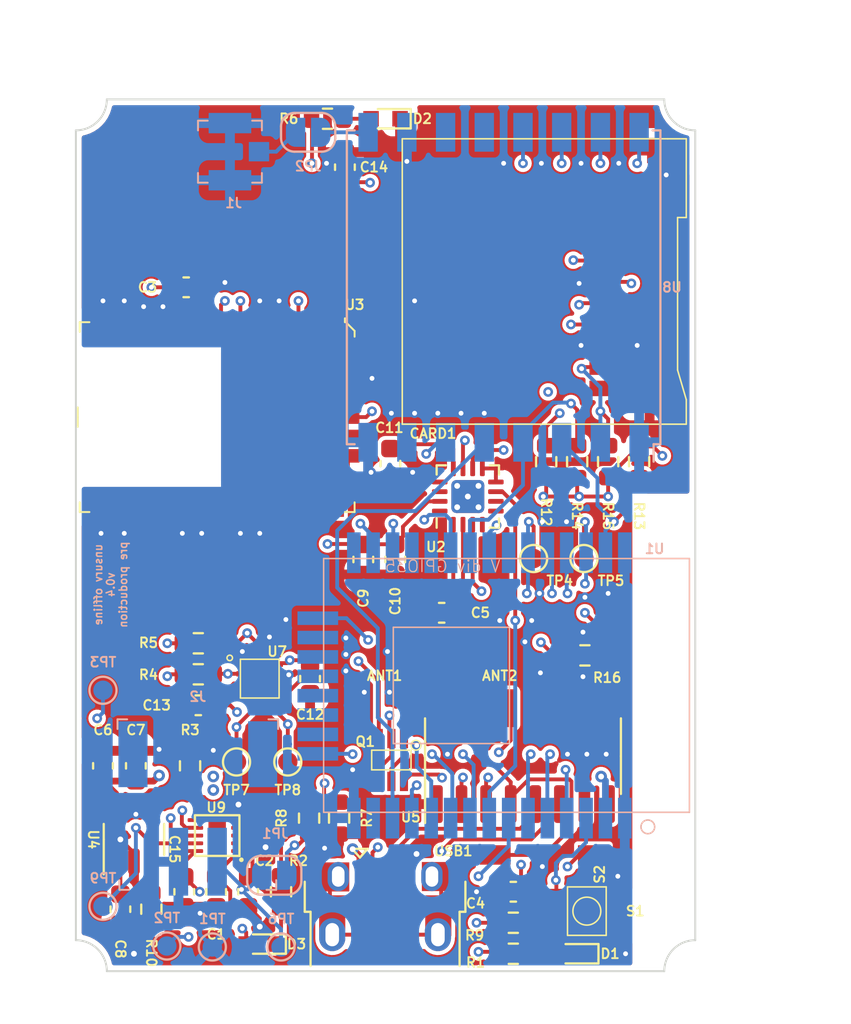
<source format=kicad_pcb>
(kicad_pcb (version 20211014) (generator pcbnew)
  (layers (0 "F.Cu" power) (1 "In1.Cu" mixed "SIG_PWR1") (2 "In2.Cu" mixed "SIG_PWR2") (31 "B.Cu" power) (34 "B.Paste" user) (35 "F.Paste" user) (36 "B.SilkS" user "B.Silkscreen") (37 "F.SilkS" user "F.Silkscreen") (38 "B.Mask" user) (39 "F.Mask" user) (44 "Edge.Cuts" user))
  (net 0 "")
  (net 1 "ANT1")
  (net 2 "ANT2")
  (net 3 "+BATT")
  (net 4 "GND")
  (net 5 "+5V")
  (net 6 "RESET")
  (net 7 "+3V3")
  (net 9 "4")
  (net 10 "23")
  (net 11 "18")
  (net 12 "19")
  (net 14 "D-")
  (net 15 "D+")
  (net 16 "RTS")
  (net 17 "DTR")
  (net 18 "0")
  (net 19 "Net-(R2-Pad1)")
  (net 20 "Net-(R3-Pad1)")
  (net 21 "35")
  (net 22 "SDA")
  (net 23 "SCL")
  (net 24 "27")
  (net 26 "ACC_INT1")
  (net 27 "ACC_INT2")
  (net 29 "13")
  (net 30 "15")
  (net 31 "5")
  (net 32 "RX0")
  (net 33 "TX0")
  (net 35 "Net-(JP1-Pad2)")
  (net 36 "Net-(R6-Pad1)")
  (net 38 "Net-(S2-Pad1)")
  (net 39 "Net-(C11-Pad1)")
  (net 40 "Net-(D1-Pad2)")
  (net 41 "Net-(D2-Pad2)")
  (net 42 "Net-(D3-Pad1)")
  (net 43 "Net-(R10-Pad1)")
  (net 62 "Net-(U3-Pad16)")
  (net 77 "39")
  (net 78 "unconnected-(USB1-Pad6)")
  (net 80 "Net-(J1-Pad2)")
  (net 81 "ANT")
  (net 82 "34")
  (net 83 "14")
  (net 84 "33")
  (net 85 "32")
  (net 86 "VCC")
  (net 87 "36")
  (net 92 "+3.3V")
  (footprint "unsurv_offline_pcb_footprints:PogoPin_2_2mm_circular" (layer "F.Cu") (at 34 45.5)
    (fp_text reference "ANT1")
    (fp_text value "ANT1")
  )
  (footprint "unsurv_offline_pcb_footprints:PogoPin_2_2mm_circular" (layer "F.Cu") (at 37 45.5)
    (fp_text reference "ANT2")
    (fp_text value "ANT2")
  )
  (footprint "Capacitor_SMD:C_0603_1608Metric" (layer "F.Cu") (at 20.3 61.8 90)
    (fp_text reference "C8")
    (fp_text value "1yF")
  )
  (footprint "Capacitor_SMD:C_0603_1608Metric" (layer "F.Cu") (at 40.6 60.9 180)
    (fp_text reference "C4")
    (fp_text value "100nF")
  )
  (footprint "Capacitor_SMD:C_0603_1608Metric" (layer "F.Cu") (at 19.4 54.4 -90)
    (fp_text reference "C6")
    (fp_text value "1yF")
  )
  (footprint "Capacitor_SMD:C_0603_1608Metric" (layer "F.Cu") (at 21.1 54.4 -90)
    (fp_text reference "C7")
    (fp_text value "10yF")
  )
  (footprint "Capacitor_SMD:C_0603_1608Metric" (layer "F.Cu") (at 30.1 49.9 -90)
    (fp_text reference "C12")
    (fp_text value "100nF")
  )
  (footprint "Capacitor_SMD:C_0603_1608Metric" (layer "F.Cu") (at 36.9 46.5)
    (fp_text reference "C5")
    (fp_text value "10pF")
  )
  (footprint "Capacitor_SMD:C_0603_1608Metric" (layer "F.Cu") (at 23.7 29.7 180)
    (fp_text reference "C3")
    (fp_text value "4.7yF")
  )
  (footprint "digikey-footprints:LED_0603" (layer "F.Cu") (at 43.7 64.1 180)
    (fp_text reference "D1")
    (fp_text value "LED")
  )
  (footprint "digikey-footprints:LED_0603" (layer "F.Cu") (at 34 21 180)
    (fp_text reference "D2")
    (fp_text value "LED")
  )
  (footprint "Connector_USB:USB_Micro-B_Amphenol_10103594-0001LF_Horizontal" (layer "F.Cu") (at 34 62)
    (fp_text reference "USB1")
    (fp_text value "USB_B_Micro")
  )
  (footprint "unsurv_offline_pcb_footprints:UMH3N" (layer "F.Cu") (at 34.3 54.1 180)
    (fp_text reference "Q1")
    (fp_text value "UMH3N")
  )
  (footprint "Resistor_SMD:R_0603_1608Metric" (layer "F.Cu") (at 40.6 62.5)
    (fp_text reference "R9")
    (fp_text value "10k")
  )
  (footprint "Resistor_SMD:R_0603_1608Metric" (layer "F.Cu") (at 42.3 38.7 90)
    (fp_text reference "R12")
    (fp_text value "10k")
  )
  (footprint "Resistor_SMD:R_0603_1608Metric" (layer "F.Cu") (at 21.9 61.8 -90)
    (fp_text reference "R10")
    (fp_text value "100k")
  )
  (footprint "Resistor_SMD:R_0603_1608Metric" (layer "F.Cu") (at 47.1 38.7 -90)
    (fp_text reference "R13")
    (fp_text value "10k")
  )
  (footprint "Resistor_SMD:R_0603_1608Metric" (layer "F.Cu") (at 43.9 38.7 90)
    (fp_text reference "R14")
    (fp_text value "10k")
  )
  (footprint "Resistor_SMD:R_0603_1608Metric" (layer "F.Cu") (at 45.5 38.7 90)
    (fp_text reference "R15")
    (fp_text value "10k")
  )
  (footprint "Resistor_SMD:R_0603_1608Metric" (layer "F.Cu") (at 24.325 49.675)
    (fp_text reference "R4")
    (fp_text value "4.7k")
  )
  (footprint "Resistor_SMD:R_0603_1608Metric" (layer "F.Cu") (at 24.325 48.075)
    (fp_text reference "R5")
    (fp_text value "4.7k")
  )
  (footprint "Resistor_SMD:R_0603_1608Metric" (layer "F.Cu") (at 40.6 64.1)
    (fp_text reference "R1")
    (fp_text value "1k")
  )
  (footprint "Resistor_SMD:R_0603_1608Metric" (layer "F.Cu") (at 31 21)
    (fp_text reference "R6")
    (fp_text value "1k")
  )
  (footprint "Package_TO_SOT_SMD:SOT-23-5" (layer "F.Cu") (at 21 58.2 90)
    (fp_text reference "U4")
    (fp_text value "AP2112K-3.3")
  )
  (footprint "unsurv_offline_pcb_footprints:BMA400" (layer "F.Cu") (at 27.5 49.9)
    (fp_text reference "U7")
    (fp_text value "BMA400-I2C")
  )
  (footprint "digikey-footprints:GPS_Module_CAM-M8C-0" (layer "F.Cu") (at 25.5 36.4 -90)
    (fp_text reference "U3")
    (fp_text value "CAM-M8C-0-10")
  )
  (footprint "Package_SO:SOIC-16_3.9x9.9mm_P1.27mm" (layer "F.Cu") (at 41.1 53.9 90)
    (fp_text reference "U5")
    (fp_text value "CH340G")
  )
  (footprint "Capacitor_SMD:C_0603_1608Metric" (layer "F.Cu") (at 32.85 43.75 -90)
    (fp_text reference "C9")
    (fp_text value "0.1yF")
  )
  (footprint "Capacitor_SMD:C_0603_1608Metric" (layer "F.Cu") (at 34.5 43.75 -90)
    (fp_text reference "C10")
    (fp_text value "1yF")
  )
  (footprint "Capacitor_SMD:C_0603_1608Metric" (layer "F.Cu") (at 34.25 38.8 -90)
    (fp_text reference "C11")
    (fp_text value "470nF")
  )
  (footprint "unsurv_offline_pcb_footprints:würth_SMT_3.0x2.6mm" (layer "F.Cu") (at 44.4 61.9)
    (fp_text reference "S1")
    (fp_text value "switch_würth_SMT_3.0x2.6mm")
  )
  (footprint "unsurv_offline_pcb_footprints:TF-SMD_TF-101B" (layer "F.Cu") (at 42.737 29.4 90)
    (fp_text reference "CARD1")
    (fp_text value "TF-101B")
  )
  (footprint "unsurv_offline_pcb_footprints:CHS-01TA" (layer "F.Cu") (at 39.66 59 -90)
    (fp_text reference "S2")
    (fp_text value "SW_DIP_x01")
  )
  (footprint "Capacitor_SMD:C_0603_1608Metric" (layer "F.Cu") (at 24.325 51.275 180)
    (fp_text reference "C13")
    (fp_text value "100nF")
  )
  (footprint "Capacitor_SMD:C_0603_1608Metric" (layer "F.Cu") (at 25.25 60.9 -90)
    (fp_text reference "C1")
    (fp_text value "10yF")
  )
  (footprint "TestPoint:TestPoint_Pad_D1.0mm" (layer "F.Cu") (at 28.95 54.2)
    (fp_text reference "TP8")
    (fp_text value "ACC2")
  )
  (footprint "digikey-footprints:LED_0603" (layer "F.Cu") (at 27.55 63.6 180)
    (fp_text reference "D3")
    (fp_text value "LED")
  )
  (footprint "Capacitor_SMD:C_0603_1608Metric" (layer "F.Cu") (at 26.9 60.9 90)
    (fp_text reference "C2")
    (fp_text value "1yF")
  )
  (footprint "Resistor_SMD:R_0603_1608Metric" (layer "F.Cu") (at 44.3 48.7)
    (fp_text reference "R16")
    (fp_text value "10k")
  )
  (footprint "Resistor_SMD:R_0603_1608Metric" (layer "F.Cu") (at 31.6 57.1 -90)
    (fp_text reference "R7")
    (fp_text value "100k")
  )
  (footprint "TestPoint:TestPoint_Pad_D1.0mm" (layer "F.Cu") (at 26.3 54.2)
    (fp_text reference "TP7")
    (fp_text value "ACC1")
  )
  (footprint "Capacitor_SMD:C_0603_1608Metric" (layer "F.Cu") (at 31.9 23.5 -90)
    (fp_text reference "C14")
    (fp_text value "4.7yF")
  )
  (footprint "Resistor_SMD:R_0603_1608Metric" (layer "F.Cu") (at 23.9 54.4 90)
    (fp_text reference "R3")
    (fp_text value "10k")
  )
  (footprint "Capacitor_SMD:C_0603_1608Metric" (layer "F.Cu") (at 23.6 60.9 90)
    (fp_text reference "C15")
    (fp_text value "1yF")
  )
  (footprint "unsurv_offline_pcb_footprints:RF430_3x3mm" (layer "F.Cu") (at 38.25 40.5 90)
    (fp_text reference "U2")
    (fp_text value "RF430CL330HIRGTR‎")
  )
  (footprint "unsurv:BQ2581DLHT" (layer "F.Cu") (at 25.3 58 180)
    (fp_text reference "U9")
    (fp_text value "PQ2581DLHT")
  )
  (footprint "Resistor_SMD:R_0603_1608Metric" (layer "F.Cu") (at 28.6 60.9 -90)
    (fp_text reference "R2")
    (fp_text value "1k")
  )
  (footprint "Resistor_SMD:R_0603_1608Metric" (layer "F.Cu") (at 30.05 57.1 90)
    (fp_text reference "R8")
    (fp_text value "100k")
  )
  (footprint "TestPoint:TestPoint_Pad_D1.0mm" (layer "F.Cu") (at 41.65 43.7)
    (fp_text reference "TP4")
    (fp_text value "SDA")
  )
  (footprint "TestPoint:TestPoint_Pad_D1.0mm" (layer "F.Cu") (at 44.25 43.7)
    (fp_text reference "TP5")
    (fp_text value "SCL")
  )
  (footprint "unsurv_offline_pcb_footprints:TTGO-Micro32-ESP32" (layer "B.Cu") (at 30.8 56.8 90)
    (fp_text reference "U1")
    (fp_text value "TTGO-Micro32-ESP32")
  )
  (footprint "digikey-footprints:PinHeader_2x1mm_P2mm_SMD_RA" (layer "B.Cu") (at 24.3 59.35 180)
    (fp_text reference "J2")
    (fp_text value "S2B-PH-SM4-TB_LF__SN_")
  )
  (footprint "TestPoint:TestPoint_Pad_D1.0mm" (layer "B.Cu") (at 19.4 50.5 180)
    (fp_text reference "TP3")
    (fp_text value "3V3")
  )
  (footprint "TestPoint:TestPoint_Pad_D1.0mm" (layer "B.Cu") (at 28.6 63.75 180)
    (fp_text reference "TP6")
    (fp_text value "BATT")
  )
  (footprint "Jumper:SolderJumper-2_P1.3mm_Open_RoundedPad1.0x1.5mm" (layer "B.Cu") (at 30 21.7 180)
    (fp_text reference "JP2")
    (fp_text value "SolderJumper_2_Open")
  )
  (footprint "digikey-footprints:Coax_Conn_U.FL" (layer "B.Cu") (at 25.96 22.7 -90)
    (fp_text reference "J1")
    (fp_text value "U_FL-R-SMT-1_10_")
  )
  (footprint "RF_Module:HOPERF_RFM9XW_SMD" (layer "B.Cu") (at 40.1 29.7 90)
    (fp_text reference "U8")
    (fp_text value "RFM95W-868S2")
  )
  (footprint "Jumper:SolderJumper-2_P1.3mm_Open_RoundedPad1.0x1.5mm" (layer "B.Cu") (at 28.25 60.05)
    (fp_text reference "JP1")
    (fp_text value "SolderJumper_2_Open")
  )
  (footprint "TestPoint:TestPoint_Pad_D1.0mm" (layer "B.Cu") (at 19.4 61.65 180)
    (fp_text reference "TP9")
    (fp_text value "TI_BATT_INT")
  )
  (footprint "TestPoint:TestPoint_Pad_D1.0mm" (layer "B.Cu") (at 25.05 63.75 180)
    (fp_text reference "TP1")
    (fp_text value "GND")
  )
  (footprint "TestPoint:TestPoint_Pad_D1.0mm" (layer "B.Cu") (at 22.7 63.7 180)
    (fp_text reference "TP2")
    (fp_text value "5V")
  )
  (gr_line (start 50 21.6) (end 50 63.4) (layer "Edge.Cuts") (width 0.1))
  (gr_line (start 19.6 65) (end 48.4 65) (layer "Edge.Cuts") (width 0.1))
  (gr_arc (start 48.4 65) (mid 48.868629 63.868629) (end 50 63.4) (layer "Edge.Cuts") (width 0.1))
  (gr_line (start 18 21.6) (end 18 63.4) (layer "Edge.Cuts") (width 0.1))
  (gr_arc (start 19.6 20) (mid 19.131371 21.131371) (end 18 21.6) (layer "Edge.Cuts") (width 0.1))
  (gr_arc (start 18 63.4) (mid 19.131371 63.868629) (end 19.6 65) (layer "Edge.Cuts") (width 0.1))
  (gr_line (start 19.6 20) (end 48.4 20) (layer "Edge.Cuts") (width 0.1))
  (gr_arc (start 50 21.6) (mid 48.868629 21.131371) (end 48.4 20) (layer "Edge.Cuts") (width 0.1))
  (gr_text "unsurv offline\nv0.4\npre production" (at 19.8 45.05 90) (layer "B.SilkS") (effects (font (size 0.4 0.4) (thickness 0.08)) (justify mirror)))
  (gr_text "V div GPIO35" (at 36.95 44.1) (layer "B.SilkS") (effects (font (size 0.6 0.6) (thickness 0.06)) (justify mirror)))
  (segment (start 36.1125 46.5) (end 35.7 46.9125) (width 0.2) (layer "F.Cu") (net 1))
  (segment (start 35.7 46.9125) (end 35.7 48.7) (width 0.2) (layer "F.Cu") (net 1))
  (segment (start 37.5 41.95) (end 37.5 45.1125) (width 0.2) (layer "F.Cu") (net 1))
  (segment (start 37.5 45.1125) (end 36.1125 46.5) (width 0.2) (layer "F.Cu") (net 1))
  (segment (start 38 46.1875) (end 37.6875 46.5) (width 0.2) (layer "F.Cu") (net 2))
  (segment (start 37.6875 46.5) (end 38.1 46.9125) (width 0.2) (layer "F.Cu") (net 2))
  (segment (start 38.1 46.9125) (end 38.1 48.7) (width 0.2) (layer "F.Cu") (net 2))
  (segment (start 38 41.95) (end 38 46.1875) (width 0.2) (layer "F.Cu") (net 2))
  (segment (start 26.554611 60.782279) (end 26.554611 60.470389) (width 0.2) (layer "F.Cu") (net 3))
  (segment (start 27.12452 58.605225) (end 27.12452 59.90048) (width 0.2) (layer "F.Cu") (net 3))
  (segment (start 27.12452 59.90048) (end 26.9 60.125) (width 0.2) (layer "F.Cu") (net 3))
  (segment (start 26.554611 60.470389) (end 26.9 60.125) (width 0.2) (layer "F.Cu") (net 3))
  (segment (start 26.425 58.4) (end 26.919295 58.4) (width 0.2) (layer "F.Cu") (net 3))
  (segment (start 26.919295 58.4) (end 27.12452 58.605225) (width 0.2) (layer "F.Cu") (net 3))
  (via (at 26.554611 60.782279) (size 0.5) (drill 0.25) (layers "F.Cu" "B.Cu") (net 3))
  (segment (start 26.867721 60.782279) (end 27.6 60.05) (width 0.2) (layer "B.Cu") (net 3))
  (segment (start 28.6 63.75) (end 28.6 62.827668) (width 0.2) (layer "B.Cu") (net 3))
  (segment (start 26.554611 60.782279) (end 26.554611 60.604611) (width 0.2) (layer "B.Cu") (net 3))
  (segment (start 26.554611 60.782279) (end 26.867721 60.782279) (width 0.2) (layer "B.Cu") (net 3))
  (segment (start 26.554611 60.604611) (end 25.3 59.35) (width 0.2) (layer "B.Cu") (net 3))
  (segment (start 28.6 62.827668) (end 26.554611 60.782279) (width 0.2) (layer "B.Cu") (net 3))
  (segment (start 26.425 57.2) (end 26.425 56.425) (width 0.2) (layer "F.Cu") (net 4))
  (segment (start 39.7 39.75) (end 39.7 39.056416) (width 0.2) (layer "F.Cu") (net 4))
  (segment (start 31.575 57.925) (end 30.85 58.65) (width 0.2) (layer "F.Cu") (net 4))
  (segment (start 26.6 49.15) (end 26.6 48.5) (width 0.2) (layer "F.Cu") (net 4))
  (segment (start 39 39.05) (end 39.706416 39.05) (width 0.2) (layer "F.Cu") (net 4))
  (segment (start 35.9 39.75) (end 36.8 39.75) (width 0.2) (layer "F.Cu") (net 4))
  (segment (start 23.934055 62.009055) (end 23.6 61.675) (width 0.2) (layer "F.Cu") (net 4))
  (segment (start 39.706416 39.05) (end 40.05 39.05) (width 0.2) (layer "F.Cu") (net 4))
  (segment (start 27.5 62.7) (end 27.5 62.275) (width 0.2) (layer "F.Cu") (net 4))
  (segment (start 35.6 58.949989) (end 35.275 59.274989) (width 0.35) (layer "F.Cu") (net 4))
  (segment (start 26.425 56.425) (end 26.4 56.4) (width 0.2) (layer "F.Cu") (net 4))
  (segment (start 40.05 39.05) (end 40.65 38.45) (width 0.2) (layer "F.Cu") (net 4))
  (segment (start 33.5875 39.5875) (end 34.25 39.5875) (width 0.2) (layer "F.Cu") (net 4))
  (segment (start 28.95 49.65) (end 28.4 49.65) (width 0.2) (layer "F.Cu") (net 4))
  (segment (start 39.7 39.056416) (end 39.706416 39.05) (width 0.2) (layer "F.Cu") (net 4))
  (segment (start 31.6 57.925) (end 31.575 57.925) (width 0.2) (layer "F.Cu") (net 4))
  (segment (start 40.65 38.45) (end 40.65 37.75) (width 0.2) (layer "F.Cu") (net 4))
  (segment (start 27.5 62.275) (end 26.9 61.675) (width 0.2) (layer "F.Cu") (net 4))
  (segment (start 40.65 37.75) (end 39.1 36.2) (width 0.2) (layer "F.Cu") (net 4))
  (segment (start 24.915945 62.009055) (end 25.25 61.675) (width 0.2) (layer "F.Cu") (net 4))
  (segment (start 21 58.9) (end 21 59.3) (width 0.2) (layer "F.Cu") (net 4))
  (segment (start 24.417052 62.009055) (end 24.915945 62.009055) (width 0.2) (layer "F.Cu") (net 4))
  (segment (start 33.25 39.25) (end 33.5875 39.5875) (width 0.2) (layer "F.Cu") (net 4))
  (segment (start 24.417052 62.009055) (end 23.934055 62.009055) (width 0.2) (layer "F.Cu") (net 4))
  (segment (start 29 49.7) (end 28.55 50.15) (width 0.2) (layer "F.Cu") (net 4))
  (segment (start 20.3 58.2) (end 21 58.9) (width 0.2) (layer "F.Cu") (net 4))
  (segment (start 35.4 39.25) (end 35.9 39.75) (width 0.2) (layer "F.Cu") (net 4))
  (segment (start 28.55 50.15) (end 28.4 50.15) (width 0.2) (layer "F.Cu") (net 4))
  (segment (start 35.275 59.274989) (end 35.275 60.235) (width 0.35) (layer "F.Cu") (net 4))
  (segment (start 29 49.7) (end 28.95 49.65) (width 0.2) (layer "F.Cu") (net 4))
  (via (at 46 60.1) (size 0.5) (drill 0.25) (layers "F.Cu" "B.Cu") (net 4))
  (via (at 39.9 46.9) (size 0.5) (drill 0.25) (layers "F.Cu" "B.Cu") (net 4))
  (via (at 30.95 23.3) (size 0.5) (drill 0.25) (layers "F.Cu" "B.Cu") (net 4))
  (via (at 43.3495 41.8) (size 0.5) (drill 0.25) (layers "F.Cu" "B.Cu") (net 4))
  (via (at 22.5 30.7) (size 0.5) (drill 0.25) (layers "F.Cu" "B.Cu") (net 4))
  (via (at 45.4 53.8) (size 0.5) (drill 0.25) (layers "F.Cu" "B.Cu") (net 4))
  (via (at 25.7 29.45) (size 0.5) (drill 0.25) (layers "F.Cu" "B.Cu") (net 4))
  (via (at 26.6 48.5) (size 0.5) (drill 0.25) (layers "F.Cu" "B.Cu") (net 4))
  (via (at 48.5 23.9) (size 0.5) (drill 0.25) (layers "F.Cu" "B.Cu") (net 4))
  (via (at 19.4 30.4) (size 0.5) (drill 0.25) (layers "F.Cu" "B.Cu") (net 4))
  (via (at 44.1 32.7) (size 0.5) (drill 0.25) (layers "F.Cu" "B.Cu") (net 4))
  (via (at 27.5 30.4) (size 0.5) (drill 0.25) (layers "F.Cu" "B.Cu") (net 4))
  (via (at 35.5 36.2) (size 0.5) (drill 0.25) (layers "F.Cu" "B.Cu") (net 4))
  (via (at 31.95 49.5) (size 0.5) (drill 0.25) (layers "F.Cu" "B.Cu") (net 4))
  (via (at 20.3 58.2) (size 0.6) (drill 0.3) (layers "F.Cu" "B.Cu") (net 4))
  (via (at 32.9 50.6) (size 0.5) (drill 0.25) (layers "F.Cu" "B.Cu") (net 4))
  (via (at 20.5 30.4) (size 0.5) (drill 0.25) (layers "F.Cu" "B.Cu") (net 4))
  (via (at 42.1 59.6) (size 0.5) (drill 0.25) (layers "F.Cu" "B.Cu") (net 4))
  (via (at 34.2 50.6) (size 0.5) (drill 0.25) (layers "F.Cu" "B.Cu") (net 4))
  (via (at 27.5 62.7) (size 0.6) (drill 0.3) (layers "F.Cu" "B.Cu") (net 4))
  (via (at 35.5 30.4) (size 0.5) (drill 0.25) (layers "F.Cu" "B.Cu") (net 4))
  (via (at 35.1 23.2) (size 0.5) (drill 0.25) (layers "F.Cu" "B.Cu") (net 4))
  (via (at 29 49.7) (size 0.5) (drill 0.25) (layers "F.Cu" "B.Cu") (net 4))
  (via (at 21.5 30.7) (size 0.5) (drill 0.25) (layers "F.Cu" "B.Cu") (net 4))
  (via (at 42.1 41.8) (size 0.5) (drill 0.25) (layers "F.Cu" "B.Cu") (net 4))
  (via (at 41.95 45.5) (size 0.5) (drill 0.25) (layers "F.Cu" "B.Cu") (net 4))
  (via (at 28.5 30.4) (size 0.5) (drill 0.25) (layers "F.Cu" "B.Cu") (net 4))
  (via (at 28.85 46.85) (size 0.5) (drill 0.25) (layers "F.Cu" "B.Cu") (net 4))
  (via (at 26.4 56.4) (size 0.6) (drill 0.3) (layers "F.Cu" "B.Cu") (net 4))
  (via (at 23.5 42.4) (size 0.5) (drill 0.25) (layers "F.Cu" "B.Cu") (net 4))
  (via (at 33.3 34.4) (size 0.5) (drill 0.25) (layers "F.Cu" "B.Cu") (net 4))
  (via (at 39.1 36.2) (size 0.5) (drill 0.25) (layers "F.Cu" "B.Cu") (net 4))
  (via (at 37.9 36.2) (size 0.5) (drill 0.25) (layers "F.Cu" "B.Cu") (net 4))
  (via (at 32.3 54.6) (size 0.5) (drill 0.25) (layers "F.Cu" "B.Cu") (net 4))
  (via (at 40.1 23.3) (size 0.5) (drill 0.25) (layers "F.Cu" "B.Cu") (net 4))
  (via (at 38.7 60.9) (size 0.5) (drill 0.25) (layers "F.Cu" "B.Cu") (net 4))
  (via (at 44 29.5) (size 0.5) (drill 0.25) (layers "F.Cu" "B.Cu") (net 4))
  (via (at 27.5 42.4) (size 0.5) (drill 0.25) (layers "F.Cu" "B.Cu") (net 4))
  (via (at 27.8 58.6) (size 0.6) (drill 0.3) (layers "F.Cu" "B.Cu") (net 4))
  (via (at 44.1 23.3) (size 0.5) (drill 0.25) (layers "F.Cu" "B.Cu") (net 4))
  (via (at 35.4 39.25) (size 0.5) (drill 0.25) (layers "F.Cu" "B.Cu") (net 4))
  (via (at 44.2 49.8) (size 0.5) (drill 0.25) (layers "F.Cu" "B.Cu") (net 4))
  (via (at 19.3 42.4) (size 0.5) (drill 0.25) (layers "F.Cu" "B.Cu") (net 4))
  (via (at 35.6 58.949989) (size 0.6) (drill 0.3) (layers "F.Cu" "B.Cu") (net 4))
  (via (at 47 32.7) (size 0.5) (drill 0.25) (layers "F.Cu" "B.Cu") (net 4))
  (via (at 21 64.1) (size 0.6) (drill 0.3) (layers "F.Cu" "B.Cu") (net 4))
  (via (at 25.1 53.6) (size 0.5) (drill 0.25) (layers "F.Cu" "B.Cu") (net 4))
  (via (at 28 47.75) (size 0.5) (drill 0.25) (layers "F.Cu" "B.Cu") (net 4))
  (via (at 41.55 46.9) (size 0.5) (drill 0.25) (layers "F.Cu" "B.Cu") (net 4))
  (via (at 42 49.6) (size 0.5) (drill 0.25) (layers "F.Cu" "B.Cu") (net 4))
  (via (at 24.417052 62.009055) (size 0.5) (drill 0.25) (layers "F.Cu" "B.Cu") (net 4))
  (via (at 44.3 45.7) (size 0.5) (drill 0.25) (layers "F.Cu" "B.Cu") (net 4))
  (via (at 22.3 53.55) (size 0.5) (drill 0.25) (layers "F.Cu" "B.Cu") (net 4))
  (via (at 44.4 53.8) (size 0.5) (drill 0.25) (layers "F.Cu" "B.Cu") (net 4))
  (via (at 31.95 47.8) (size 0.5) (drill 0.25) (layers "F.Cu" "B.Cu") (net 4))
  (via (at 37.2 53.8) (size 0.5) (drill 0.25) (layers "F.Cu" "B.Cu") (net 4))
  (via (at 46.4 64.1) (size 0.5) (drill 0.25) (layers "F.Cu" "B.Cu") (net 4))
  (via (at 24.5 42.4) (size 0.5) (drill 0.25) (layers "F.Cu" "B.Cu") (net 4))
  (via (at 45.5 45.5) (size 0.5) (drill 0.25) (layers "F.Cu" "B.Cu") (net 4))
  (via (at 44.2 47.5) (size 0.5) (drill 0.25) (layers "F.Cu" "B.Cu") (net 4))
  (via (at 34.1 48.5) (size 0.5) (drill 0.25) (layers "F.Cu" "B.Cu") (net 4))
  (via (at 31.95 48.65) (size 0.5) (drill 0.25) (layers "F.Cu" "B.Cu") (net 4))
  (via (at 34.3 36.2) (size 0.5) (drill 0.25) (layers "F.Cu" "B.Cu") (net 4))
  (via (at 41.2 48) (size 0.5) (drill 0.25) (layers "F.Cu" "B.Cu") (net 4))
  (via (at 26.5 42.4) (size 0.5) (drill 0.25) (layers "F.Cu" "B.Cu") (net 4))
  (via (at 33.25 39.25) (size 0.5) (drill 0.25) (layers "F.Cu" "B.Cu") (net 4))
  (via (at 43.4 53.8) (size 0.5) (drill 0.25) (layers "F.Cu" "B.Cu") (net 4))
  (via (at 30.85 58.65) (size 0.5) (drill 0.25) (layers "F.Cu" "B.Cu") (net 4))
  (via (at 36.7 36.2) (size 0.5) (drill 0.25) (layers "F.Cu" "B.Cu") (net 4))
  (via (at 21.1 56.9) (size 0.5) (drill 0.25) (layers "F.Cu" "B.Cu") (net 4))
  (via (at 20.5 42.4) (size 0.5) (drill 0.25) (layers "F.Cu" "B.Cu") (net 4))
  (via (at 46.05 23.3) (size 0.5) (drill 0.25) (layers "F.Cu" "B.Cu") (net 4))
  (via (at 42.05 23.3) (size 0.5) (drill 0.25) (layers "F.Cu" "B.Cu") (net 4))
  (segment (start 24.417052 62.009055) (end 24.417052 63.117052) (width 0.2) (layer "B.Cu") (net 4))
  (segment (start 24.417052 63.117052) (end 25.05 63.75) (width 0.2) (layer "B.Cu") (net 4))
  (segment (start 32.675 59.075) (end 32.675 60.235) (width 0.35) (layer "F.Cu") (net 5))
  (segment (start 26.8 63.6) (end 26.8 63) (width 0.2) (layer "F.Cu") (net 5))
  (segment (start 23.6 59.375) (end 24.175 58.8) (width 0.2) (layer "F.Cu") (net 5))
  (segment (start 26.8 63) (end 26.6 62.8) (width 0.2) (layer "F.Cu") (net 5))
  (segment (start 32.3 58.7) (end 32.675 59.075) (width 0.35) (layer "F.Cu") (net 5))
  (segment (start 24.375 60.9) (end 23.6 60.125) (width 0.2) (layer "F.Cu") (net 5))
  (segment (start 24.4 60.9) (end 24.375 60.9) (width 0.2) (layer "F.Cu") (net 5))
  (segment (start 23.6 60.125) (end 23.6 59.375) (width 0.2) (layer "F.Cu") (net 5))
  (via (at 23.823591 63.229992) (size 0.5) (drill 0.25) (layers "F.Cu" "B.Cu") (net 5))
  (via (at 26.6 62.8) (size 0.5) (drill 0.25) (layers "F.Cu" "B.Cu") (net 5))
  (via (at 24.4 60.9) (size 0.5) (drill 0.25) (layers "F.Cu" "B.Cu") (net 5))
  (via (at 32.3 58.7) (size 0.6) (drill 0.3) (layers "F.Cu" "B.Cu") (net 5))
  (segment (start 23.823591 63.229992) (end 23.170008 63.229992) (width 0.2) (layer "B.Cu") (net 5))
  (segment (start 23.170008 63.229992) (end 22.7 63.7) (width 0.2) (layer "B.Cu") (net 5))
  (segment (start 36.756643 54.850489) (end 35.304511 54.850489) (width 0.2) (layer "F.Cu") (net 6))
  (segment (start 42.8 61.025) (end 42.825 61.05) (width 0.2) (layer "F.Cu") (net 6))
  (segment (start 41 59.5) (end 41 60.5125) (width 0.2) (layer "F.Cu") (net 6))
  (segment (start 42.825 60.325) (end 42.8 60.3) (width 0.2) (layer "F.Cu") (net 6))
  (segment (start 42.825 61.05) (end 42.825 60.325) (width 0.2) (layer "F.Cu") (net 6))
  (segment (start 36.918504 55.01235) (end 36.756643 54.850489) (width 0.2) (layer "F.Cu") (net 6))
  (segment (start 41.3875 60.9) (end 41.3875 62.5) (width 0.2) (layer "F.Cu") (net 6))
  (segment (start 41 60.5125) (end 41.3875 60.9) (width 0.2) (layer "F.Cu") (net 6))
  (segment (start 42.675 60.9) (end 42.825 61.05) (width 0.2) (layer "F.Cu") (net 6))
  (segment (start 41.3875 60.9) (end 42.675 60.9) (width 0.2) (layer "F.Cu") (net 6))
  (segment (start 35.304511 54.850489) (end 34.95 55.205) (width 0.2) (layer "F.Cu") (net 6))
  (via (at 36.918504 55.01235) (size 0.5) (drill 0.25) (layers "F.Cu" "B.Cu") (net 6))
  (via (at 41 59.5) (size 0.5) (drill 0.25) (layers "F.Cu" "B.Cu") (net 6))
  (via (at 42.8 60.3) (size 0.5) (drill 0.25) (layers "F.Cu" "B.Cu") (net 6))
  (segment (start 42.8 59.422873) (end 43.172384 59.050489) (width 0.2) (layer "B.Cu") (net 6))
  (segment (start 43.659511 59.050489) (end 44.36 58.35) (width 0.2) (layer "B.Cu") (net 6))
  (segment (start 44.36 58.35) (end 44.36 57.1) (width 0.2) (layer "B.Cu") (net 6))
  (segment (start 42.8 60.3) (end 42.8 59.422873) (width 0.2) (layer "B.Cu") (net 6))
  (segment (start 43.172384 59.050489) (end 43.659511 59.050489) (width 0.2) (layer "B.Cu") (net 6))
  (segment (start 23.5 30.2875) (end 23.5 32) (width 0.25) (layer "F.Cu") (net 7))
  (segment (start 42.15 40.5) (end 44 40.5) (width 0.2) (layer "F.Cu") (net 7))
  (segment (start 36.2 40.75) (end 36.8 40.75) (width 0.2) (layer "F.Cu") (net 7))
  (segment (start 25.975 51.275) (end 26.325 51.625) (width 0.2) (layer "F.Cu") (net 7))
  (segment (start 44 40.5) (end 45.5 40.5) (width 0.2) (layer "F.Cu") (net 7))
  (segment (start 43.4 59.6) (end 44 59) (width 0.2) (layer "F.Cu") (net 7))
  (segment (start 32.8375 42.95) (end 32.85 42.9625) (width 0.2) (layer "F.Cu") (net 7))
  (segment (start 31.5 32) (end 31.5 30.5) (width 0.2) (layer "F.Cu") (net 7))
  (segment (start 22.9125 29.7) (end 21.9 29.7) (width 0.2) (layer "F.Cu") (net 7))
  (segment (start 45.5 39.4875) (end 45.5 40.5) (width 0.2) (layer "F.Cu") (net 7))
  (segment (start 23.5375 49.675) (end 22.825 49.675) (width 0.2) (layer "F.Cu") (net 7))
  (segment (start 42.025 48.025) (end 42.7 48.7) (width 0.2) (layer "F.Cu") (net 7))
  (segment (start 43.9 40.4) (end 44 40.5) (width 0.2) (layer "F.Cu") (net 7))
  (segment (start 31.5 30.5) (end 29.92548 28.92548) (width 0.2) (layer "F.Cu") (net 7))
  (segment (start 38.7 62.5) (end 39.8125 62.5) (width 0.2) (layer "F.Cu") (net 7))
  (segment (start 23.5 32) (end 24.5 32) (width 0.25) (layer "F.Cu") (net 7))
  (segment (start 25.1 51.21) (end 25.1 51.275) (width 0.2) (layer "F.Cu") (net 7))
  (segment (start 29.9375 48.95) (end 30.1 49.1125) (width 0.2) (layer "F.Cu") (net 7))
  (segment (start 28.45 49.1) (end 28.4 49.15) (width 0.2) (layer "F.Cu") (net 7))
  (segment (start 22.9125 29.7) (end 23.5 30.2875) (width 0.25) (layer "F.Cu") (net 7))
  (segment (start 23.68702 28.92548) (end 22.9125 29.7) (width 0.2) (layer "F.Cu") (net 7))
  (segment (start 22.3 54.9) (end 22.0125 55.1875) (width 0.35) (layer "F.Cu") (net 7))
  (segment (start 34.899511 42.050489) (end 36.2 40.75) (width 0.2) (layer "F.Cu") (net 7))
  (segment (start 26.16 50.15) (end 25.1 51.21) (width 0.2) (layer "F.Cu") (net 7))
  (segment (start 25.1 51.275) (end 25.975 51.275) (width 0.2) (layer "F.Cu") (net 7))
  (segment (start 34.899511 42.562989) (end 34.899511 42.050489) (width 0.2) (layer "F.Cu") (net 7))
  (segment (start 29.05 48.95) (end 28.9 49.1) (width 0.2) (layer "F.Cu") (net 7))
  (segment (start 29.05 48.95) (end 29.9375 48.95) (width 0.2) (layer "F.Cu") (net 7))
  (segment (start 23.5375 48.075) (end 22.725 48.075) (width 0.2) (layer "F.Cu") (net 7))
  (segment (start 26.6 50.15) (end 26.16 50.15) (width 0.2) (layer "F.Cu") (net 7))
  (segment (start 28.9 49.1) (end 28.45 49.1) (width 0.2) (layer "F.Cu") (net 7))
  (segment (start 20.05 55.8375) (end 20.05 57.1) (width 0.35) (layer "F.Cu") (net 7))
  (segment (start 42.7 48.7) (end 43.475 48.7) (width 0.2) (layer "F.Cu") (net 7))
  (segment (start 22.0125 55.1875) (end 19.4 55.1875) (width 0.35) (layer "F.Cu") (net 7))
  (segment (start 30.1 49.1125) (end 30.1 49.479556) (width 0.2) (layer "F.Cu") (net 7))
  (segment (start 29.92548 28.92548) (end 23.68702 28.92548) (width 0.2) (layer "F.Cu") (net 7))
  (segment (start 19.4 55.1875) (end 20.05 55.8375) (width 0.35) (layer "F.Cu") (net 7))
  (segment (start 30.1 49.479556) (end 28.929556 50.65) (width 0.2) (layer "F.Cu") (net 7))
  (segment (start 32.85 42.9625) (end 34.5 42.9625) (width 0.2) (layer "F.Cu") (net 7))
  (segment (start 45.532 30.52) (end 44.08 30.52) (width 0.2) (layer "F.Cu") (net 7))
  (segment (start 43.9 39.4875) (end 43.9 40.4) (width 0.2) (layer "F.Cu") (net 7))
  (segment (start 45.525 39.4875) (end 47.1 37.9125) (width 0.2) (layer "F.Cu") (net 7))
  (segment (start 47.1 37.9125) (end 47.8125 37.9125) (width 0.2) (layer "F.Cu") (net 7))
  (segment (start 44.08 30.52) (end 44 30.6) (width 0.2) (layer "F.Cu") (net 7))
  (segment (start 34.5 42.9625) (end 34.899511 42.562989) (width 0.2) (layer "F.Cu") (net 7))
  (segment (start 44 59) (end 44.74 59) (width 0.2) (layer "F.Cu") (net 7))
  (segment (start 42.15 40.5) (end 42.3 40.35) (width 0.2) (layer "F.Cu") (net 7))
  (segment (start 31 42.95) (end 32.8375 42.95) (width 0.2) (layer "F.Cu") (net 7))
  (segment (start 47.8125 37.9125) (end 48.3 38.4) (width 0.2) (layer "F.Cu") (net 7))
  (segment (start 28.929556 50.65) (end 28.4 50.65) (width 0.2) (layer "F.Cu") (net 7))
  (segment (start 45.5 39.4875) (end 45.525 39.4875) (width 0.2) (layer "F.Cu") (net 7))
  (segment (start 42.3 40.35) (end 42.3 39.4875) (width 0.2) (layer "F.Cu") (net 7))
  (via (at 22.3 54.9) (size 0.6) (drill 0.3) (layers "F.Cu" "B.Cu") (net 7))
  (via (at 25.1 54.95) (size 0.6) (drill 0.3) (layers "F.Cu" "B.Cu") (net 7))
  (via (at 29.05 48.95) (size 0.5) (drill 0.25) (layers "F.Cu" "B.Cu") (net 7))
  (via (at 19.1 51.95) (size 0.5) (drill 0.25) (layers "F.Cu" "B.Cu") (net 7))
  (via (at 44 40.5) (size 0.5) (drill 0.25) (layers "F.Cu" "B.Cu") (net 7))
  (via (at 42.15 40.5) (size 0.5) (drill 0.25) (layers "F.Cu" "B.Cu") (net 7))
  (via (at 31 42.95) (size 0.5) (drill 0.25) (layers "F.Cu" "B.Cu") (net 7))
  (via (at 25.1 55.65) (size 0.6) (drill 0.3) (layers "F.Cu" "B.Cu") (net 7))
  (via (at 22.725 49.775) (size 0.5) (drill 0.25) (layers "F.Cu" "B.Cu") (net 7))
  (via (at 22.725 48.075) (size 0.5) (drill 0.25) (layers "F.Cu" "B.Cu") (net 7))
  (via (at 38.7 62.5) (size 0.5) (drill 0.25) (layers "F.Cu" "B.Cu") (net 7))
  (via (at 42.025 48.025) (size 0.5) (drill 0.25) (layers "F.Cu" "B.Cu") (net 7))
  (via (at 43.4 59.6) (size 0.5) (drill 0.25) (layers "F.Cu" "B.Cu") (net 7))
  (via (at 45.5 40.5) (size 0.5) (drill 0.25) (layers "F.Cu" "B.Cu") (net 7))
  (via (at 21.9 29.7) (size 0.5) (drill 0.25) (layers "F.Cu" "B.Cu") (net 7))
  (via (at 48.3 38.4) (size 0.5) (drill 0.25) (layers "F.Cu" "B.Cu") (net 7))
  (via (at 44 30.6) (size 0.5) (drill 0.25) (layers "F.Cu" "B.Cu") (net 7))
  (via (at 26.325 51.625) (size 0.5) (drill 0.25) (layers "F.Cu" "B.Cu") (net 7))
  (via (at 45.136754 54.954047) (size 0.6) (drill 0.3) (layers "F.Cu" "B.Cu") (net 7))
  (segment (start 45.36 57.1) (end 45.36 55.177293) (width 0.35) (layer "B.Cu") (net 7))
  (segment (start 19.4 51.65) (end 19.4 50.5) (width 0.2) (layer "B.Cu") (net 7))
  (segment (start 19.1 51.95) (end 19.4 51.65) (width 0.2) (layer "B.Cu") (net 7))
  (segment (start 45.36 55.177293) (end 45.136754 54.954047) (width 0.35) (layer "B.Cu") (net 7))
  (segment (start 42.3 36.9) (end 43 36.2) (width 0.2) (layer "F.Cu") (net 9))
  (segment (start 43.72 28.32) (end 43.7 28.3) (width 0.2) (layer "F.Cu") (net 9))
  (segment (start 42.3 37.9125) (end 42.3 36.9) (width 0.2) (layer "F.Cu") (net 9))
  (segment (start 45.182 28.32) (end 43.72 28.32) (width 0.2) (layer "F.Cu") (net 9))
  (via (at 43.7 28.3) (size 0.5) (drill 0.25) (layers "F.Cu" "B.Cu") (net 9))
  (via (at 43 36.2) (size 0.5) (drill 0.25) (layers "F.Cu" "B.Cu") (net 9))
  (via (at 34.4 41.9) (size 0.5) (drill 0.25) (layers "F.Cu" "B.Cu") (net 9))
  (segment (start 34.4 43.36) (end 34.36 43.4) (width 0.2) (layer "B.Cu") (net 9))
  (segment (start 34.4 41.9) (end 34.4 43.36) (width 0.2) (layer "B.Cu") (net 9))
  (segment (start 46.2 39.995444) (end 46.2 41.4) (width 0.2) (layer "F.Cu") (net 10))
  (segment (start 46.707944 39.4875) (end 46.2 39.995444) (width 0.2) (layer "F.Cu") (net 10))
  (segment (start 45.282 29.42) (end 46.62 29.42) (width 0.2) (layer "F.Cu") (net 10))
  (segment (start 47.1 39.4875) (end 46.707944 39.4875) (width 0.2) (layer "F.Cu") (net 10))
  (segment (start 46.62 29.42) (end 46.7 29.5) (width 0.2) (layer "F.Cu") (net 10))
  (segment (start 46.2 41.4) (end 45.8 41.8) (width 0.2) (layer "F.Cu") (net 10))
  (via (at 45.8 41.8) (size 0.5) (drill 0.25) (layers "F.Cu" "B.Cu") (net 10))
  (via (at 46.7 29.5) (size 0.5) (drill 0.25) (layers "F.Cu" "B.Cu") (net 10))
  (segment (start 44.950489 39.550489) (end 44.950489 40.950489) (width 0.2) (layer "B.Cu") (net 10))
  (segment (start 43.1 37.7) (end 44.950489 39.550489) (width 0.2) (layer "B.Cu") (net 10))
  (segment (start 45.36 43.4) (end 45.36 42.24) (width 0.2) (layer "B.Cu") (net 10))
  (segment (start 45.36 42.24) (end 45.8 41.8) (width 0.2) (layer "B.Cu") (net 10))
  (segment (start 44.950489 40.950489) (end 45.8 41.8) (width 0.2) (layer "B.Cu") (net 10))
  (segment (start 43.9 36.02) (end 43.58 35.7) (width 0.2) (layer "F.Cu") (net 11))
  (segment (start 45.282 31.62) (end 43.58 31.62) (width 0.2) (layer "F.Cu") (net 11))
  (segment (start 43.9 37.9125) (end 43.9 36.02) (width 0.2) (layer "F.Cu") (net 11))
  (via (at 43.58 35.7) (size 0.5) (drill 0.25) (layers "F.Cu" "B.Cu") (net 11))
  (via (at 43.58 31.62) (size 0.5) (drill 0.25) (layers "F.Cu" "B.Cu") (net 11))
  (segment (start 41.1 37.2) (end 42.649511 35.650489) (width 0.2) (layer "B.Cu") (net 11))
  (segment (start 42.649511 35.650489) (end 43.530489 35.650489) (width 0.2) (layer "B.Cu") (net 11))
  (segment (start 38.36 41.74) (end 38.4 41.7) (width 0.2) (layer "B.Cu") (net 11))
  (segment (start 43.530489 35.650489) (end 43.58 35.7) (width 0.2) (layer "B.Cu") (net 11))
  (segment (start 38.4 41.7) (end 39.310057 41.7) (width 0.2) (layer "B.Cu") (net 11))
  (segment (start 39.310057 41.7) (end 41.1 39.910057) (width 0.2) (layer "B.Cu") (net 11))
  (segment (start 38.36 43.4) (end 38.36 41.74) (width 0.2) (layer "B.Cu") (net 11))
  (segment (start 41.1 39.910057) (end 41.1 37.7) (width 0.2) (layer "B.Cu") (net 11))
  (segment (start 41.1 37.7) (end 41.1 37.2) (width 0.2) (layer "B.Cu") (net 11))
  (segment (start 44.2095 33.82) (end 44.1295 33.9) (width 0.2) (layer "F.Cu") (net 12))
  (segment (start 45.282 33.82) (end 44.2095 33.82) (width 0.2) (layer "F.Cu") (net 12))
  (segment (start 45.5 37.9125) (end 45.5 36.5) (width 0.2) (layer "F.Cu") (net 12))
  (segment (start 45.5 36.5) (end 45.1 36.1) (width 0.2) (layer "F.Cu") (net 12))
  (via (at 39.733237 41.983236) (size 0.5) (drill 0.25) (layers "F.Cu" "B.Cu") (net 12))
  (via (at 45.1 36.1) (size 0.5) (drill 0.25) (layers "F.Cu" "B.Cu") (net 12))
  (via (at 44.1295 33.9) (size 0.5) (drill 0.25) (layers "F.Cu" "B.Cu") (net 12))
  (segment (start 45.1 37.7) (end 45.1 34.8705) (width 0.2) (layer "B.Cu") (net 12))
  (segment (start 45.1 34.8705) (end 44.1295 33.9) (width 0.2) (layer "B.Cu") (net 12))
  (segment (start 39.733237 41.983236) (end 39.36 42.356473) (width 0.2) (layer "B.Cu") (net 12))
  (segment (start 39.36 42.356473) (end 39.36 43.4) (width 0.2) (layer "B.Cu") (net 12))
  (segment (start 43.005 56.375) (end 43.005 56.715717) (width 0.2) (layer "F.Cu") (net 14))
  (segment (start 37.499511 58.200489) (end 36.9 58.8) (width 0.2) (layer "F.Cu") (net 14))
  (segment (start 33.325 58.875) (end 33.325 60.235) (width 0.2) (layer "F.Cu") (net 14))
  (segment (start 43.005 56.715717) (end 41.520228 58.200489) (width 0.2) (layer "F.Cu") (net 14))
  (segment (start 41.520228 58.200489) (end 37.499511 58.200489) (width 0.2) (layer "F.Cu") (net 14))
  (segment (start 33.6 58.6) (end 33.325 58.875) (width 0.2) (layer "F.Cu") (net 14))
  (via (at 33.6 58.6) (size 0.5) (drill 0.25) (layers "F.Cu" "B.Cu") (net 14))
  (via (at 36.9 58.8) (size 0.5) (drill 0.25) (layers "F.Cu" "B.Cu") (net 14))
  (segment (start 40.95048 57.64952) (end 41.735 56.865) (width 0.2) (layer "F.Cu") (net 15))
  (segment (start 35.63548 57.64952) (end 40.95048 57.64952) (width 0.2) (layer "F.Cu") (net 15))
  (segment (start 33.975 59.31) (end 35.63548 57.64952) (width 0.2) (layer "F.Cu") (net 15))
  (segment (start 33.975 60.235) (end 33.975 59.31) (width 0.2) (layer "F.Cu") (net 15))
  (segment (start 41.735 56.865) (end 41.735 56.375) (width 0.2) (layer "F.Cu") (net 15))
  (segment (start 34.3 54.545978) (end 34.3 55.205) (width 0.2) (layer "F.Cu") (net 16))
  (segment (start 36.24952 50.15048) (end 34.95 51.45) (width 0.2) (layer "F.Cu") (net 16))
  (segment (start 39.195 51.425) (end 39.195 50.614813) (width 0.2) (layer "F.Cu") (net 16))
  (segment (start 39.195 50.614813) (end 38.730667 50.15048) (width 0.2) (layer "F.Cu") (net 16))
  (segment (start 38.730667 50.15048) (end 36.24952 50.15048) (width 0.2) (layer "F.Cu") (net 16))
  (segment (start 34.95 52.995) (end 34.95 53.895978) (width 0.2) (layer "F.Cu") (net 16))
  (segment (start 34.95 53.895978) (end 34.3 54.545978) (width 0.2) (layer "F.Cu") (net 16))
  (segment (start 34.95 51.45) (end 34.95 52.995) (width 0.2) (layer "F.Cu") (net 16))
  (segment (start 34.3 53.895978) (end 33.65 54.545978) (width 0.2) (layer "F.Cu") (net 17))
  (segment (start 33.65 54.545978) (end 33.65 55.205) (width 0.2) (layer "F.Cu") (net 17))
  (segment (start 34.3 52.995) (end 34.3 53.895978) (width 0.2) (layer "F.Cu") (net 17))
  (segment (start 39.85 53.7) (end 40.465 53.085) (width 0.2) (layer "F.Cu") (net 17))
  (segment (start 40.465 53.085) (end 40.465 51.425) (width 0.2) (layer "F.Cu") (net 17))
  (segment (start 34.2 51.8) (end 34.2 52.895) (width 0.2) (layer "F.Cu") (net 17))
  (segment (start 34.2 52.895) (end 34.3 52.995) (width 0.2) (layer "F.Cu") (net 17))
  (via (at 39.85 53.7) (size 0.5) (drill 0.25) (layers "F.Cu" "B.Cu") (net 17))
  (via (at 34.2 51.8) (size 0.5) (drill 0.25) (layers "F.Cu" "B.Cu") (net 17))
  (segment (start 32.6 49) (end 33.65 50.05) (width 0.2) (layer "F.Cu") (net 18))
  (segment (start 33.65 50.05) (end 33.65 52.995) (width 0.2) (layer "F.Cu") (net 18))
  (via (at 32.6 49) (size 0.5) (drill 0.25) (layers "F.Cu" "B.Cu") (net 18))
  (via (at 32.7 41.9) (size 0.5) (drill 0.25) (layers "F.Cu" "B.Cu") (net 18))
  (segment (start 33.36 42.56) (end 33.36 43.4) (width 0.2) (layer "B.Cu") (net 18))
  (segment (start 32.7 41.9) (end 33.36 42.56) (width 0.2) (layer "B.Cu") (net 18))
  (segment (start 26.425 58) (end 28 58) (width 0.2) (layer "F.Cu") (net 19))
  (segment (start 28.6 58.6) (end 28.6 60.075) (width 0.2) (layer "F.Cu") (net 19))
  (segment (start 28 58) (end 28.6 58.6) (width 0.2) (layer "F.Cu") (net 19))
  (segment (start 24.175 57.2) (end 24.175 55.5) (width 0.2) (layer "F.Cu") (net 20))
  (segment (start 24.175 55.5) (end 23.9 55.225) (width 0.2) (layer "F.Cu") (net 20))
  (segment (start 30.825 56.275) (end 30.825 55.325) (width 0.2) (layer "F.Cu") (net 21))
  (segment (start 30.825 55.325) (end 30.85 55.3) (width 0.2) (layer "F.Cu") (net 21))
  (segment (start 30.05 56.275) (end 30.825 56.275) (width 0.2) (layer "F.Cu") (net 21))
  (segment (start 30.825 56.275) (end 31.6 56.275) (width 0.2) (layer "F.Cu") (net 21))
  (via (at 38.8 60.1) (size 0.5) (drill 0.25) (layers "F.Cu" "B.Cu") (net 21))
  (via (at 30.85 55.3) (size 0.5) (drill 0.25) (layers "F.Cu" "B.Cu") (net 21))
  (segment (start 40.36 58.54) (end 38.8 60.1) (width 0.2) (layer "B.Cu") (net 21))
  (segment (start 40.36 57.1) (end 40.36 58.54) (width 0.2) (layer "B.Cu") (net 21))
  (segment (start 41.65 42.05) (end 41.4 41.8) (width 0.2) (layer "F.Cu") (net 22))
  (segment (start 25.175 49.65) (end 25.15 49.675) (width 0.2) (layer "F.Cu") (net 22))
  (segment (start 29.5 30.4) (end 29.5 32) (width 0.2) (layer "F.Cu") (net 22))
  (segment (start 38 37.699503) (end 38.1 37.599503) (width 0.2) (layer "F.Cu") (net 22))
  (segment (start 23.47548 57.394775) (end 23.47548 56.72452) (width 0.2) (layer "F.Cu") (net 22))
  (segment (start 23.47548 56.72452) (end 23.5 56.7) (width 0.2) (layer "F.Cu") (net 22))
  (segment (start 26.6 49.65) (end 25.175 49.65) (width 0.2) (layer "F.Cu") (net 22))
  (segment (start 24.175 57.6) (end 23.680705 57.6) (width 0.2) (layer "F.Cu") (net 22))
  (segment (start 41.65 43.7) (end 41.65 42.05) (width 0.2) (layer "F.Cu") (net 22))
  (segment (start 38 39.05) (end 38 37.699503) (width 0.2) (layer "F.Cu") (net 22))
  (segment (start 23.680705 57.6) (end 23.47548 57.394775) (width 0.2) (layer "F.Cu") (net 22))
  (via (at 38.1 37.6) (size 0.5) (drill 0.25) (layers "F.Cu" "B.Cu") (net 22))
  (via (at 29.5 30.4) (size 0.5) (drill 0.25) (layers "F.Cu" "B.Cu") (net 22))
  (via (at 23.5 56.7) (size 0.5) (drill 0.25) (layers "F.Cu" "B.Cu") (net 22))
  (via (at 41.4 41.8) (size 0.5) (drill 0.25) (layers "F.Cu" "B.Cu") (net 22))
  (via (at 25.85 49.65) (size 0.5) (drill 0.25) (layers "F.Cu" "B.Cu") (net 22))
  (via (at 41.3 45.5) (size 0.5) (drill 0.25) (layers "F.Cu" "B.Cu") (net 22))
  (segment (start 41.36 41.84) (end 41.4 41.8) (width 0.2) (layer "B.Cu") (net 22))
  (segment (start 41.36 43.4) (end 41.36 41.84) (width 0.2) (layer "B.Cu") (net 22))
  (segment (start 41.36 45.44) (end 41.36 43.4) (width 0.2) (layer "B.Cu") (net 22))
  (segment (start 41.3 45.5) (end 41.36 45.44) (width 0.2) (layer "B.Cu") (net 22))
  (segment (start 38.5 38.457778) (end 38.5 39.05) (width 0.2) (layer "F.Cu") (net 23))
  (segment (start 27.25 49) (end 27.25 47.95) (width 0.2) (layer "F.Cu") (net 23))
  (segment (start 25.15 48.075) (end 26.325 48.075) (width 0.2) (layer "F.Cu") (net 23))
  (segment (start 22.9 57.8) (end 22.9 57.1) (width 0.2) (layer "F.Cu") (net 23))
  (segment (start 38.857778 38.1) (end 38.5 38.457778) (width 0.2) (layer "F.Cu") (net 23))
  (segment (start 24.175 58) (end 23.1 58) (width 0.2) (layer "F.Cu") (net 23))
  (segment (start 26.325 48.075) (end 26.85 47.55) (width 0.2) (layer "F.Cu") (net 23))
  (segment (start 23.1 58) (end 22.9 57.8) (width 0.2) (layer "F.Cu") (net 23))
  (segment (start 44.25 43.7) (end 44.25 41.860498) (width 0.2) (layer "F.Cu") (net 23))
  (segment (start 27.25 47.95) (end 26.85 47.55) (width 0.2) (layer "F.Cu") (net 23))
  (segment (start 40.1 38.1) (end 38.857778 38.1) (width 0.2) (layer "F.Cu") (net 23))
  (segment (start 26.5 32) (end 26.5 30.4) (width 0.2) (layer "F.Cu") (net 23))
  (segment (start 44.25 41.860498) (end 44.3 41.810498) (width 0.2) (layer "F.Cu") (net 23))
  (via (at 22.9 57.1) (size 0.5) (drill 0.25) (layers "F.Cu" "B.Cu") (net 23))
  (via (at 44.3 45) (size 0.5) (drill 0.25) (layers "F.Cu" "B.Cu") (net 23))
  (via (at 26.5 30.4) (size 0.5) (drill 0.25) (layers "F.Cu" "B.Cu") (net 23))
  (via (at 26.85 47.55) (size 0.5) (drill 0.25) (layers "F.Cu" "B.Cu") (net 23))
  (via (at 44.3 41.810498) (size 0.5) (drill 0.25) (layers "F.Cu" "B.Cu") (net 23))
  (via (at 40.1 38.1) (size 0.5) (drill 0.25) (layers "F.Cu" "B.Cu") (net 23))
  (segment (start 44.36 43.4) (end 44.36 41.870498) (width 0.2) (layer "B.Cu") (net 23))
  (segment (start 44.36 43.4) (end 44.36 44.94) (width 0.2) (layer "B.Cu") (net 23))
  (segment (start 44.36 41.870498) (end 44.3 41.810498) (width 0.2) (layer "B.Cu") (net 23))
  (segment (start 44.36 44.94) (end 44.3 45) (width 0.2) (layer "B.Cu") (net 23))
  (segment (start 39.7125 64) (end 39.8125 64.1) (width 0.2) (layer "F.Cu") (net 24))
  (segment (start 38.8 64) (end 39.7125 64) (width 0.2) (layer "F.Cu") (net 24))
  (via (at 35.609502 55.4) (size 0.5) (drill 0.25) (layers "F.Cu" "B.Cu") (net 24))
  (via (at 38.8 64) (size 0.5) (drill 0.25) (layers "F.Cu" "B.Cu") (net 24))
  (segment (start 35.36 57.1) (end 35.36 55.649502) (width 0.2) (layer "B.Cu") (net 24))
  (segment (start 35.36 55.649502) (end 35.609502 55.4) (width 0.2) (layer "B.Cu") (net 24))
  (segment (start 27.25 50.8) (end 27.25 51.407107) (width 0.2) (layer "F.Cu") (net 26))
  (segment (start 27.25 51.407107) (end 26.3 52.357107) (width 0.2) (layer "F.Cu") (net 26))
  (segment (start 26.3 52.357107) (end 26.3 54.2) (width 0.2) (layer "F.Cu") (net 26))
  (via (at 36.4 53.8) (size 0.5) (drill 0.25) (layers "F.Cu" "B.Cu") (net 26))
  (via (at 26.3 52.4) (size 0.5) (drill 0.25) (layers "F.Cu" "B.Cu") (net 26))
  (segment (start 37.449511 54.793619) (end 37.449511 57.010489) (width 0.2) (layer "B.Cu") (net 26))
  (segment (start 36.4 53.8) (end 36.455892 53.8) (width 0.2) (layer "B.Cu") (net 26))
  (segment (start 37.449511 57.010489) (end 37.36 57.1) (width 0.2) (layer "B.Cu") (net 26))
  (segment (start 36.455892 53.8) (end 37.449511 54.793619) (width 0.2) (layer "B.Cu") (net 26))
  (segment (start 27.75 50.8) (end 27.75 51) (width 0.2) (layer "F.Cu") (net 27))
  (segment (start 27.75 51) (end 28.95 52.2) (width 0.2) (layer "F.Cu") (net 27))
  (segment (start 28.95 52.2) (end 28.95 54.2) (width 0.2) (layer "F.Cu") (net 27))
  (via (at 35.609502 53.3495) (size 0.5) (drill 0.25) (layers "F.Cu" "B.Cu") (net 27))
  (via (at 28.95 52.25) (size 0.5) (drill 0.25) (layers "F.Cu" "B.Cu") (net 27))
  (segment (start 35.609502 53.3495) (end 35.609502 54.437153) (width 0.2) (layer "B.Cu") (net 27))
  (segment (start 36.36 55.187651) (end 36.36 57.1) (width 0.2) (layer "B.Cu") (net 27))
  (segment (start 35.609502 54.437153) (end 36.36 55.187651) (width 0.2) (layer "B.Cu") (net 27))
  (via (at 43.1 23.3) (size 0.5) (drill 0.25) (layers "F.Cu" "B.Cu") (net 29))
  (via (at 32.3 53.8) (size 0.5) (drill 0.25) (layers "F.Cu" "B.Cu") (net 29))
  (segment (start 30.5 53.78) (end 32.28 53.78) (width 0.2) (layer "B.Cu") (net 29))
  (segment (start 32.28 53.78) (end 32.3 53.8) (width 0.2) (layer "B.Cu") (net 29))
  (segment (start 43.1 21.7) (end 43.1 23.3) (width 0.2) (layer "B.Cu") (net 29))
  (segment (start 38.5 41.95) (end 38.5 44.930452) (width 0.2) (layer "F.Cu") (net 30))
  (segment (start 38.5 44.930452) (end 38.956574 45.387026) (width 0.2) (layer "F.Cu") (net 30))
  (via (at 38.956574 45.387026) (size 0.5) (drill 0.25) (layers "F.Cu" "B.Cu") (net 30))
  (via (at 33.0995 47.9) (size 0.5) (drill 0.25) (layers "F.Cu" "B.Cu") (net 30))
  (segment (start 33.0995 47.9) (end 31.9795 46.78) (width 0.2) (layer "B.Cu") (net 30))
  (segment (start 31.9795 46.78) (end 30.5 46.78) (width 0.2) (layer "B.Cu") (net 30))
  (segment (start 25.5 30.6) (end 25.7 30.4) (width 0.2) (layer "F.Cu") (net 31))
  (segment (start 25.5 32) (end 25.5 30.6) (width 0.2) (layer "F.Cu") (net 31))
  (via (at 42.4 35.1) (size 0.5) (drill 0.25) (layers "F.Cu" "B.Cu") (net 31))
  (via (at 36 41.7) (size 0.5) (drill 0.25) (layers "F.Cu" "B.Cu") (net 31))
  (via (at 25.7 30.4) (size 0.5) (drill 0.25) (layers "F.Cu" "B.Cu") (net 31))
  (segment (start 37.36 43.4) (end 37.36 41.71) (width 0.2) (layer "B.Cu") (net 31))
  (segment (start 36.25 41.45) (end 36 41.7) (width 0.2) (layer "B.Cu") (net 31))
  (segment (start 37.36 41.71) (end 37.1 41.45) (width 0.2) (layer "B.Cu") (net 31))
  (segment (start 37.1 41.45) (end 36.25 41.45) (width 0.2) (layer "B.Cu") (net 31))
  (segment (start 37.925 55.075) (end 38 55) (width 0.2) (layer "F.Cu") (net 32))
  (segment (start 37.925 56.375) (end 37.925 55.075) (width 0.2) (layer "F.Cu") (net 32))
  (via (at 38 55) (size 0.5) (drill 0.25) (layers "F.Cu" "B.Cu") (net 32))
  (via (at 42.6 45.5) (size 0.5) (drill 0.25) (layers "F.Cu" "B.Cu") (net 32))
  (segment (start 42.36 43.4) (end 42.6 43.64) (width 0.2) (layer "B.Cu") (net 32))
  (segment (start 42.6 43.64) (end 42.6 45.5) (width 0.2) (layer "B.Cu") (net 32))
  (segment (start 39.195 55.105) (end 39.3 55) (width 0.2) (layer "F.Cu") (net 33))
  (segment (start 39.195 56.375) (end 39.195 55.105) (width 0.2) (layer "F.Cu") (net 33))
  (via (at 43.4 45.5) (size 0.5) (drill 0.25) (layers "F.Cu" "B.Cu") (net 33))
  (via (at 39.3 55) (size 0.5) (drill 0.25) (layers "F.Cu" "B.Cu") (net 33))
  (segment (start 43.4 45.5) (end 43.36 45.46) (width 0.2) (layer "B.Cu") (net 33))
  (segment (start 43.36 45.46) (end 43.36 43.4) (width 0.2) (layer "B.Cu") (net 33))
  (segment (start 29.475 58.5) (end 30.05 57.925) (width 0.2) (layer "F.Cu") (net 35))
  (segment (start 29.3 58.5) (end 29.475 58.5) (width 0.2) (layer "F.Cu") (net 35))
  (via (at 29.3 58.5) (size 0.5) (drill 0.25) (layers "F.Cu" "B.Cu") (net 35))
  (segment (start 28.9 60.05) (end 28.9 58.9) (width 0.2) (layer "B.Cu") (net 35))
  (segment (start 28.9 58.9) (end 29.3 58.5) (width 0.2) (layer "B.Cu") (net 35))
  (segment (start 33 36.4) (end 33.3 36.1) (width 0.2) (layer "F.Cu") (net 36))
  (segment (start 30.2 23.3) (end 30.2 21.0125) (width 0.2) (layer "F.Cu") (net 36))
  (segment (start 31.9 36.4) (end 33 36.4) (width 0.2) (layer "F.Cu") (net 36))
  (via (at 30.2 23.3) (size 0.5) (drill 0.25) (layers "F.Cu" "B.Cu") (net 36))
  (via (at 33.3 36.1) (size 0.5) (drill 0.25) (layers "F.Cu" "B.Cu") (net 36))
  (segment (start 42.2 59) (end 39.66 59) (width 0.2) (layer "F.Cu") (net 38))
  (segment (start 41.398803 55.10048) (end 43.500479 55.10048) (width 0.2) (layer "F.Cu") (net 38))
  (segment (start 40.465 56.034283) (end 41.398803 55.10048) (width 0.2) (layer "F.Cu") (net 38))
  (segment (start 36.655 52.055) (end 36.655 51.425) (width 0.2) (layer "F.Cu") (net 38))
  (segment (start 37.29952 52.69952) (end 36.655 52.055) (width 0.2) (layer "F.Cu") (net 38))
  (segment (start 40.465 56.375) (end 40.465 56.034283) (width 0.2) (layer "F.Cu") (net 38))
  (segment (start 40.465 56.375) (end 40.465 55.235) (width 0.2) (layer "F.Cu") (net 38))
  (segment (start 43.500479 55.10048) (end 43.60452 55.204521) (width 0.2) (layer "F.Cu") (net 38))
  (segment (start 43.60452 55.204521) (end 43.60452 57.59548) (width 0.2) (layer "F.Cu") (net 38))
  (segment (start 40.465 55.235) (end 37.92952 52.69952) (width 0.2) (layer "F.Cu") (net 38))
  (segment (start 37.92952 52.69952) (end 37.29952 52.69952) (width 0.2) (layer "F.Cu") (net 38))
  (segment (start 43.60452 57.59548) (end 42.2 59) (width 0.2) (layer "F.Cu") (net 38))
  (segment (start 37.5 39.05) (end 37.5 38.05) (width 0.2) (layer "F.Cu") (net 39))
  (segment (start 37.250489 37.800489) (end 34.462011 37.800489) (width 0.2) (layer "F.Cu") (net 39))
  (segment (start 37.5 38.05) (end 37.250489 37.800489) (width 0.2) (layer "F.Cu") (net 39))
  (segment (start 34.462011 37.800489) (end 34.25 38.0125) (width 0.2) (layer "F.Cu") (net 39))
  (segment (start 41.3875 64.1) (end 42.95 64.1) (width 0.2) (layer "F.Cu") (net 40))
  (segment (start 31.7875 21) (end 33.25 21) (width 0.2) (layer "F.Cu") (net 41))
  (segment (start 28.6 63.3) (end 28.3 63.6) (width 0.2) (layer "F.Cu") (net 42))
  (segment (start 28.6 61.725) (end 28.6 63.3) (width 0.2) (layer "F.Cu") (net 42))
  (segment (start 21.95 60.9625) (end 21.9 61.0125) (width 0.2) (layer "F.Cu") (net 43))
  (segment (start 21.95 59.3) (end 21.95 60.9625) (width 0.2) (layer "F.Cu") (net 43))
  (segment (start 21.5 40.8) (end 22.5 40.8) (width 0.2) (layer "F.Cu") (net 62))
  (via (at 42.5 53.8) (size 0.5) (drill 0.25) (layers "F.Cu" "B.Cu") (net 77))
  (via (at 47 23.3) (size 0.5) (drill 0.25) (layers "F.Cu" "B.Cu") (net 77))
  (segment (start 47.1 21.7) (end 47.1 23.2) (width 0.2) (layer "B.Cu") (net 77))
  (segment (start 42.36 53.94) (end 42.5 53.8) (width 0.2) (layer "B.Cu") (net 77))
  (segment (start 42.36 57.1) (end 42.36 53.94) (width 0.2) (layer "B.Cu") (net 77))
  (segment (start 47.1 23.2) (end 47 23.3) (width 0.2) (layer "B.Cu") (net 77))
  (segment (start 36.705 63.115) (end 35.205 63.115) (width 0.2) (layer "F.Cu") (net 78))
  (segment (start 31.125 61.335) (end 31.025 61.435) (width 0.2) (layer "F.Cu") (net 78))
  (segment (start 32.745 63.115) (end 33.015 63.385) (width 0.2) (layer "F.Cu") (net 78))
  (segment (start 31.125 60.135) (end 31.125 61.335) (width 0.2) (layer "F.Cu") (net 78))
  (segment (start 34.935 63.385) (end 33.015 63.385) (width 0.2) (layer "F.Cu") (net 78))
  (segment (start 35.205 63.115) (end 34.935 63.385) (width 0.2) (layer "F.Cu") (net 78))
  (segment (start 36.875 61.335) (end 36.975 61.435) (width 0.2) (layer "F.Cu") (net 78))
  (segment (start 36.875 60.115) (end 36.875 61.335) (width 0.2) (layer "F.Cu") (net 78))
  (segment (start 31.245 63.115) (end 32.745 63.115) (width 0.2) (layer "F.Cu") (net 78))
  (segment (start 29.35 21.7) (end 28.35 22.7) (width 0.2) (layer "B.Cu") (net 80))
  (segment (start 28.35 22.7) (end 27.46 22.7) (width 0.2) (layer "B.Cu") (net 80))
  (segment (start 33.1 21.7) (end 30.65 21.7) (width 0.2) (layer "B.Cu") (net 81))
  (segment (start 45.125 48.7) (end 45.125 47.325) (width 0.2) (layer "F.Cu") (net 82))
  (segment (start 45.125 47.325) (end 44.3 46.5) (width 0.2) (layer "F.Cu") (net 82))
  (via (at 41.5 53.8) (size 0.5) (drill 0.25) (layers "F.Cu" "B.Cu") (net 82))
  (via (at 44.3 46.5) (size 0.5) (drill 0.25) (layers "F.Cu" "B.Cu") (net 82))
  (via (at 36.1 38.3) (size 0.5) (drill 0.25) (layers "F.Cu" "B.Cu") (net 82))
  (segment (start 41.36 53.94) (end 41.5 53.8) (width 0.2) (layer "B.Cu") (net 82))
  (segment (start 41.36 57.1) (end 41.36 53.94) (width 0.2) (layer "B.Cu") (net 82))
  (segment (start 36.1 38.3) (end 36.7 37.7) (width 0.2) (layer "B.Cu") (net 82))
  (segment (start 36.7 37.7) (end 37.1 37.7) (width 0.2) (layer "B.Cu") (net 82))
  (segment (start 31.5 42.260978) (end 32.510489 41.250489) (width 0.2) (layer "B.Cu") (net 83))
  (segment (start 34.36 52.666416) (end 33.6 51.906416) (width 0.2) (layer "B.Cu") (net 83))
  (segment (start 34.36 57.1) (end 34.36 52.666416) (width 0.2) (layer "B.Cu") (net 83))
  (segment (start 35.549511 41.250489) (end 39.1 37.7) (width 0.2) (layer "B.Cu") (net 83))
  (segment (start 33.6 47.3) (end 31.5 45.2) (width 0.2) (layer "B.Cu") (net 83))
  (segment (start 32.510489 41.250489) (end 35.549511 41.250489) (width 0.2) (layer "B.Cu") (net 83))
  (segment (start 31.5 45.2) (end 31.5 42.260978) (width 0.2) (layer "B.Cu") (net 83))
  (segment (start 33.6 51.906416) (end 33.6 47.3) (width 0.2) (layer "B.Cu") (net 83))
  (via (at 38 53.8) (size 0.5) (drill 0.25) (layers "F.Cu" "B.Cu") (net 84))
  (via (at 45.1 23.3) (size 0.5) (drill 0.25) (layers "F.Cu" "B.Cu") (net 84))
  (segment (start 38.36 57.1) (end 38.549511 56.910489) (width 0.2) (layer "B.Cu") (net 84))
  (segment (start 38.549511 54.349511) (end 38 53.8) (width 0.2) (layer "B.Cu") (net 84))
  (segment (start 45.1 21.7) (end 45.1 23.3) (width 0.2) (layer "B.Cu") (net 84))
  (segment (start 38.549511 56.910489) (end 38.549511 54.349511) (width 0.2) (layer "B.Cu") (net 84))
  (segment (start 40.7 40.908738) (end 40.7 46.9) (width 0.2) (layer "F.Cu") (net 85))
  (segment (start 39.7 40.25) (end 40.041262 40.25) (width 0.2) (layer "F.Cu") (net 85))
  (segment (start 40.041262 40.25) (end 40.7 40.908738) (width 0.2) (layer "F.Cu") (net 85))
  (via (at 40.7 46.9) (size 0.5) (drill 0.25) (layers "F.Cu" "B.Cu") (net 85))
  (segment (start 39.36 55.74) (end 40.7 54.4) (width 0.2) (layer "B.Cu") (net 85))
  (segment (start 39.36 57.1) (end 39.36 55.74) (width 0.2) (layer "B.Cu") (net 85))
  (segment (start 40.7 54.4) (end 40.7 46.9) (width 0.2) (layer "B.Cu") (net 85))
  (segment (start 20.3 59.55) (end 20.05 59.3) (width 0.2) (layer "F.Cu") (net 86))
  (segment (start 25.97452 62.42548) (end 25.97452 60.84952) (width 0.2) (layer "F.Cu") (net 86))
  (segment (start 21.9 62.5875) (end 25.8125 62.5875) (width 0.2) (layer "F.Cu") (net 86))
  (segment (start 25.25 60.125) (end 25.97452 60.84952) (width 0.2) (layer "F.Cu") (net 86))
  (segment (start 21.9 62.5875) (end 21.875 62.5875) (width 0.2) (layer "F.Cu") (net 86))
  (segment (start 21.9 62.5875) (end 21.9125 62.6) (width 0.2) (layer "F.Cu") (net 86))
  (segment (start 25.8125 62.5875) (end 25.97452 62.42548) (width 0.2) (layer "F.Cu") (net 86))
  (segment (start 21.875 62.5875) (end 20.3 61.0125) (width 0.2) (layer "F.Cu") (net 86))
  (segment (start 25.25 59.975) (end 26.425 58.8) (width 0.2) (layer "F.Cu") (net 86))
  (segment (start 25.25 60.125) (end 25.25 59.975) (width 0.2) (layer "F.Cu") (net 86))
  (segment (start 20.3 61.0125) (end 20.3 59.55) (width 0.2) (layer "F.Cu") (net 86))
  (segment (start 21.9 58.4) (end 24.175 58.4) (width 0.2) (layer "F.Cu") (net 87))
  (segment (start 21.1 57.6) (end 21.9 58.4) (width 0.2) (layer "F.Cu") (net 87))
  (via (at 43.3 54.6) (size 0.5) (drill 0.25) (layers "F.Cu" "B.Cu") (net 87))
  (via (at 21.1 57.6) (size 0.5) (drill 0.25) (layers "F.Cu" "B.Cu") (net 87))
  (segment (start 21.1 59.95) (end 21.1 57.6) (width 0.2) (layer "B.Cu") (net 87))
  (segment (start 43.3 54.6) (end 43.36 54.66) (width 0.2) (layer "B.Cu") (net 87))
  (segment (start 19.4 61.65) (end 21.1 59.95) (width 0.2) (layer "B.Cu") (net 87))
  (segment (start 43.36 54.66) (end 43.36 57.1) (width 0.2) (layer "B.Cu") (net 87))
  (segment (start 33.175 24.275) (end 33.2 24.3) (width 0.2) (layer "F.Cu") (net 92))
  (segment (start 31.9 24.275) (end 33.175 24.275) (width 0.2) (layer "F.Cu") (net 92))
  (via (at 33.2 24.3) (size 0.5) (drill 0.25) (layers "F.Cu" "B.Cu") (net 92))
  (via (at 41.1 23.3) (size 0.5) (drill 0.25) (layers "F.Cu" "B.Cu") (net 92))
  (segment (start 41.1 21.7) (end 41.1 23.3) (width 0.2) (layer "B.Cu") (net 92))
  (zone (net 4) (net_name "GND") (layer "F.Cu") (connect_pads (clearance 0.2)) (min_thickness 0.254) (fill yes (thermal_gap 0.508) (thermal_bridge_width 0.508))
    (polygon (pts (xy 51.95 65.7375) (xy 14.55 65.7375) (xy 14.55 19.7375) (xy 51.95 19.7375)))
  )
  (zone locked (net 0) (net_name "") (layers "F.Cu" "In1.Cu" "In2.Cu" "B.Cu") (connect_pads (clearance 0)) (min_thickness 0.254)
    (keepout (tracks not_allowed) (vias not_allowed) (pads allowed) (copperpour not_allowed) (footprints allowed))
    (fill (thermal_gap 0.508) (thermal_bridge_width 0.508))
    (polygon (pts (xy 25.5 40) (xy 18.3 40) (xy 18.3 32.8) (xy 25.5 32.8)))
  )
  (zone (net 0) (net_name "") (layers "F.Cu" "In1.Cu" "In2.Cu" "B.Cu") (connect_pads (clearance 0)) (min_thickness 0.254)
    (keepout (tracks not_allowed) (vias not_allowed) (pads allowed) (copperpour not_allowed) (footprints allowed))
    (fill (thermal_gap 0.508) (thermal_bridge_width 0.508))
    (polygon (pts (xy 52.5 67) (xy 46.75 67) (xy 46.75 40.35) (xy 52.5 40.35)))
  )
  (zone (net 4) (net_name "GND") (layer "B.Cu") (connect_pads (clearance 0.3)) (min_thickness 0.254) (fill yes (thermal_gap 0.508) (thermal_bridge_width 0.508))
    (polygon (pts (xy 51 66) (xy 17 66) (xy 17 19) (xy 51 19)))
  )
)
</source>
